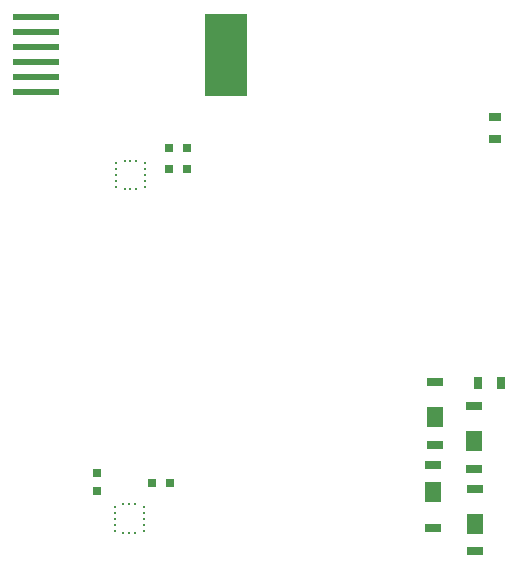
<source format=gtp>
G04 #@! TF.FileFunction,Paste,Top*
%FSLAX46Y46*%
G04 Gerber Fmt 4.6, Leading zero omitted, Abs format (unit mm)*
G04 Created by KiCad (PCBNEW 4.0.2-stable) date 11/9/2016 4:35:35 PM*
%MOMM*%
G01*
G04 APERTURE LIST*
%ADD10C,0.150000*%
%ADD11R,4.000000X0.608000*%
%ADD12R,3.600000X7.040000*%
%ADD13R,0.719328X0.800608*%
%ADD14R,0.280000X0.200000*%
%ADD15R,0.200000X0.280000*%
%ADD16R,0.800608X0.719328*%
%ADD17R,1.117600X0.711200*%
%ADD18R,0.711200X1.117600*%
%ADD19R,1.360000X0.720000*%
%ADD20R,1.360000X1.800000*%
G04 APERTURE END LIST*
D10*
D11*
X144000000Y-95425000D03*
X144000000Y-97965000D03*
X144000000Y-100505000D03*
X144000000Y-99235000D03*
X144000000Y-101775000D03*
X144000000Y-96695000D03*
D12*
X160050000Y-98600000D03*
D13*
X156751840Y-106500000D03*
X155248160Y-106500000D03*
X156751840Y-108250000D03*
X155248160Y-108250000D03*
D14*
X153225000Y-109800000D03*
X153225000Y-109300000D03*
D15*
X152500000Y-107575000D03*
D14*
X153225000Y-107800000D03*
X150775000Y-107800000D03*
X150775000Y-109800000D03*
X150775000Y-108300000D03*
D15*
X151500000Y-107575000D03*
D14*
X150775000Y-108800000D03*
X150775000Y-109300000D03*
X153225000Y-108300000D03*
X153225000Y-108800000D03*
D15*
X152000000Y-107575000D03*
X152000000Y-110025000D03*
X152500000Y-110025000D03*
X151500000Y-110025000D03*
D13*
X155351840Y-134900000D03*
X153848160Y-134900000D03*
D16*
X149200000Y-134048160D03*
X149200000Y-135551840D03*
D14*
X153125000Y-138900000D03*
X153125000Y-138400000D03*
D15*
X152400000Y-136675000D03*
D14*
X153125000Y-136900000D03*
X150675000Y-136900000D03*
X150675000Y-138900000D03*
X150675000Y-137400000D03*
D15*
X151400000Y-136675000D03*
D14*
X150675000Y-137900000D03*
X150675000Y-138400000D03*
X153125000Y-137400000D03*
X153125000Y-137900000D03*
D15*
X151900000Y-136675000D03*
X151900000Y-139125000D03*
X152400000Y-139125000D03*
X151400000Y-139125000D03*
D17*
X182900000Y-105752500D03*
X182900000Y-103847500D03*
D18*
X181447500Y-126400000D03*
X183352500Y-126400000D03*
D19*
X177600000Y-138650000D03*
X177600000Y-133350000D03*
D20*
X177600000Y-135680000D03*
D19*
X181200000Y-135350000D03*
X181200000Y-140650000D03*
D20*
X181200000Y-138320000D03*
D19*
X181100000Y-128350000D03*
X181100000Y-133650000D03*
D20*
X181100000Y-131320000D03*
D19*
X177800000Y-126350000D03*
X177800000Y-131650000D03*
D20*
X177800000Y-129320000D03*
M02*

</source>
